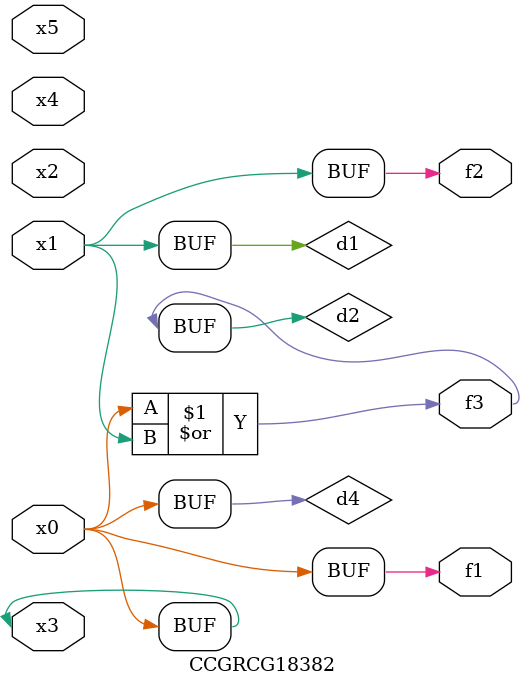
<source format=v>
module CCGRCG18382(
	input x0, x1, x2, x3, x4, x5,
	output f1, f2, f3
);

	wire d1, d2, d3, d4;

	and (d1, x1);
	or (d2, x0, x1);
	nand (d3, x0, x5);
	buf (d4, x0, x3);
	assign f1 = d4;
	assign f2 = d1;
	assign f3 = d2;
endmodule

</source>
